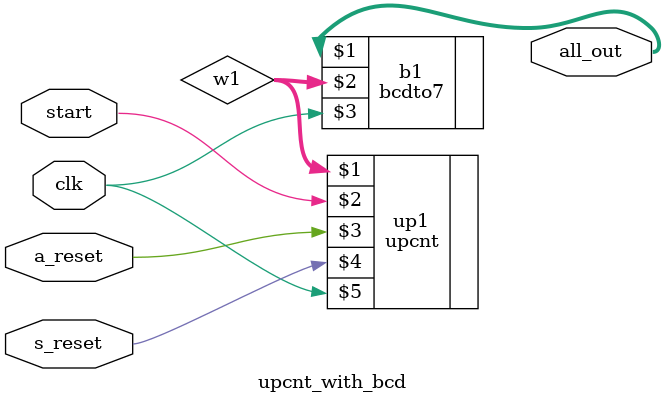
<source format=v>

module upcnt_with_bcd(all_out, start, a_reset, s_reset, clk);
	output[6:0] all_out;
	input start, a_reset, s_reset, clk;
	wire [3:0] w1;

	upcnt up1(w1, start, a_reset, s_reset, clk);
	//upcnt_structural up1(w1, start, a_reset, s_reset, clk);

	bcdto7 b1(all_out, w1, clk);
	//bcdto7_structural b1(all_out, w1);

endmodule
</source>
